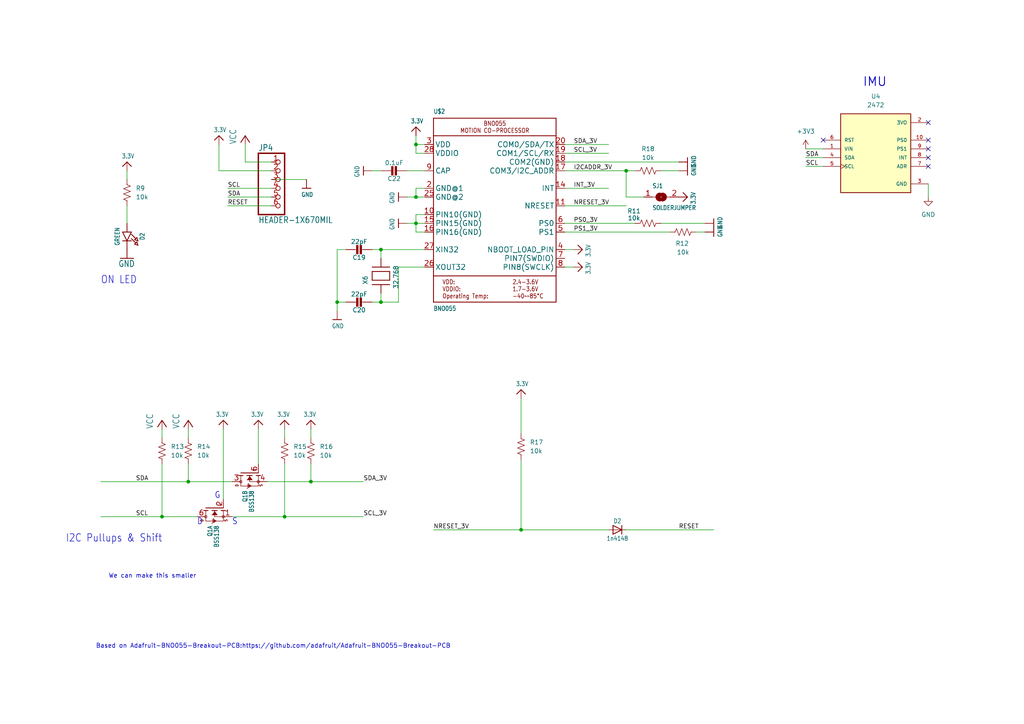
<source format=kicad_sch>
(kicad_sch (version 20250114) (generator "eeschema") (generator_version "9.0")
  (paper "A4")
  (lib_symbols
    (symbol "Adafruit BNO055 STEMMA QT-eagle-import:adafruit2_XTAL-3.2X1.5"
      (property "Reference" "X" (at -2.54 3.81 0))
      (symbol "adafruit2_XTAL-3.2X1.5_1_0"
        (polyline (pts (xy -2.54 2.54) (xy -2.54 -2.54)) (stroke (width 0.254)))
        (polyline (pts (xy -1.27 2.54) (xy -1.27 -2.54)) (stroke (width 0.254)))
        (polyline (pts (xy -1.27 -2.54) (xy 1.27 -2.54)) (stroke (width 0.254)))
        (polyline (pts (xy 1.27 2.54) (xy -1.27 2.54)) (stroke (width 0.254)))
        (polyline (pts (xy 1.27 -2.54) (xy 1.27 2.54)) (stroke (width 0.254)))
        (polyline (pts (xy 2.54 2.54) (xy 2.54 -2.54)) (stroke (width 0.254)))
        (pin bidirectional line (at -5.08 0 0) (length 2.54) (name "P$1") (number "P$1"))
        (pin bidirectional line (at 5.08 0 180) (length 2.54) (name "P$2") (number "P$2"))
      )
    )
    (symbol "Adafruit BNO055 STEMMA QT-eagle-import:microbuilder_3.3V" (power)
      (symbol "microbuilder_3.3V_1_0"
        (polyline (pts (xy -1.27 -1.27) (xy 0 0)) (stroke (width 0.254)))
        (polyline (pts (xy 0 0) (xy 1.27 -1.27)) (stroke (width 0.254)))
        (pin power_in line (at 0 -2.54 90) (length 2.54) (name "3.3V") (number "1"))
      )
    )
    (symbol "Adafruit BNO055 STEMMA QT-eagle-import:microbuilder_BNO055"
      (symbol "microbuilder_BNO055_1_0"
        (polyline (pts (xy -17.78 25.4) (xy 17.78 25.4)) (stroke (width 0.254)))
        (polyline (pts (xy -17.78 20.32) (xy -17.78 25.4)) (stroke (width 0.254)))
        (polyline (pts (xy -17.78 20.32) (xy 17.78 20.32)) (stroke (width 0.254)))
        (polyline (pts (xy -17.78 -20.32) (xy -17.78 20.32)) (stroke (width 0.254)))
        (polyline (pts (xy -17.78 -20.32) (xy -17.78 -27.94)) (stroke (width 0.254)))
        (polyline (pts (xy -17.78 -27.94) (xy 17.78 -27.94)) (stroke (width 0.254)))
        (polyline (pts (xy 17.78 25.4) (xy 17.78 20.32)) (stroke (width 0.254)))
        (polyline (pts (xy 17.78 20.32) (xy 17.78 -20.32)) (stroke (width 0.254)))
        (polyline (pts (xy 17.78 -20.32) (xy -17.78 -20.32)) (stroke (width 0.254)))
        (polyline (pts (xy 17.78 -27.94) (xy 17.78 -20.32)) (stroke (width 0.254)))
        (text "VDD:\nVDDIO:\nOperating Temp:" (at -15.24 -24.13 0) (effects (font (size 1.27 1.0795)) (justify left)))
        (text "BNO055\nMOTION CO-PROCESSOR" (at 0 22.86 0) (effects (font (size 1.27 1.0795))))
        (text "2.4-3.6V\n1.7-3.6V\n-40~~85°C" (at 5.08 -24.13 0) (effects (font (size 1.27 1.0795)) (justify left)))
        (pin power_in line (at -20.32 17.78 0) (length 2.54) (name "VDD") (number "3"))
        (pin power_in line (at -20.32 15.24 0) (length 2.54) (name "VDDIO") (number "28"))
        (pin passive line (at -20.32 10.16 0) (length 2.54) (name "CAP") (number "9"))
        (pin power_in line (at -20.32 5.08 0) (length 2.54) (name "GND@1") (number "2"))
        (pin power_in line (at -20.32 2.54 0) (length 2.54) (name "GND@2") (number "25"))
        (pin bidirectional line (at -20.32 -2.54 0) (length 2.54) (name "PIN10(GND)") (number "10"))
        (pin bidirectional line (at -20.32 -5.08 0) (length 2.54) (name "PIN15(GND)") (number "15"))
        (pin bidirectional line (at -20.32 -7.62 0) (length 2.54) (name "PIN16(GND)") (number "16"))
        (pin input line (at -20.32 -12.7 0) (length 2.54) (name "XIN32") (number "27"))
        (pin output line (at -20.32 -17.78 0) (length 2.54) (name "XOUT32") (number "26"))
        (pin bidirectional line (at 20.32 17.78 180) (length 2.54) (name "COM0/SDA/TX") (number "20"))
        (pin bidirectional line (at 20.32 15.24 180) (length 2.54) (name "COM1/SCL/RX") (number "19"))
        (pin bidirectional line (at 20.32 12.7 180) (length 2.54) (name "COM2(GND)") (number "18"))
        (pin bidirectional line (at 20.32 10.16 180) (length 2.54) (name "COM3/I2C_ADDR") (number "17"))
        (pin output line (at 20.32 5.08 180) (length 2.54) (name "INT") (number "14"))
        (pin bidirectional line (at 20.32 0 180) (length 2.54) (name "NRESET") (number "11"))
        (pin input line (at 20.32 -5.08 180) (length 2.54) (name "PS0") (number "6"))
        (pin input line (at 20.32 -7.62 180) (length 2.54) (name "PS1") (number "5"))
        (pin bidirectional line (at 20.32 -12.7 180) (length 2.54) (name "NBOOT_LOAD_PIN") (number "4"))
        (pin bidirectional line (at 20.32 -15.24 180) (length 2.54) (name "PIN7(SWDIO)") (number "7"))
        (pin bidirectional line (at 20.32 -17.78 180) (length 2.54) (name "PIN8(SWCLK)") (number "8"))
      )
    )
    (symbol "Adafruit BNO055 STEMMA QT-eagle-import:microbuilder_CAP_CERAMIC0603_NO"
      (property "Reference" "C" (at -2.29 1.25 90))
      (symbol "microbuilder_CAP_CERAMIC0603_NO_1_0"
        (rectangle (start -1.27 1.524) (end 1.27 2.032) (fill (type outline)))
        (rectangle (start -1.27 0.508) (end 1.27 1.016) (fill (type outline)))
        (polyline (pts (xy 0 2.54) (xy 0 1.778)) (stroke (width 0.1524)))
        (polyline (pts (xy 0 0.762) (xy 0 0)) (stroke (width 0.1524)))
        (pin passive line (at 0 5.08 270) (length 2.54) (name "1") (number "1"))
        (pin passive line (at 0 -2.54 90) (length 2.54) (name "2") (number "2"))
      )
    )
    (symbol "Adafruit BNO055 STEMMA QT-eagle-import:microbuilder_DIODESOD-323"
      (property "Reference" "D" (at 0 2.54 0))
      (symbol "microbuilder_DIODESOD-323_1_0"
        (polyline (pts (xy -1.27 1.27) (xy -1.27 -1.27)) (stroke (width 0.254)))
        (polyline (pts (xy -1.27 -1.27) (xy 1.27 0)) (stroke (width 0.254)))
        (polyline (pts (xy 1.27 1.27) (xy 1.27 0)) (stroke (width 0.254)))
        (polyline (pts (xy 1.27 0) (xy -1.27 1.27)) (stroke (width 0.254)))
        (polyline (pts (xy 1.27 0) (xy 1.27 -1.27)) (stroke (width 0.254)))
        (pin passive line (at -2.54 0 0) (length 2.54) (name "A") (number "A"))
        (pin passive line (at 2.54 0 180) (length 2.54) (name "C") (number "C"))
      )
    )
    (symbol "Adafruit BNO055 STEMMA QT-eagle-import:microbuilder_GND" (power)
      (symbol "microbuilder_GND_1_0"
        (polyline (pts (xy -1.27 0) (xy 1.27 0)) (stroke (width 0.254)))
        (pin power_in line (at 0 2.54 270) (length 2.54) (name "GND") (number "1"))
      )
    )
    (symbol "Adafruit BNO055 STEMMA QT-eagle-import:microbuilder_HEADER-1X670MIL"
      (property "Reference" "JP" (at -6.35 10.795 0))
      (symbol "microbuilder_HEADER-1X670MIL_1_0"
        (polyline (pts (xy -6.35 10.16) (xy -6.35 -7.62)) (stroke (width 0.4064)))
        (polyline (pts (xy -6.35 -7.62) (xy 1.27 -7.62)) (stroke (width 0.4064)))
        (polyline (pts (xy 1.27 10.16) (xy -6.35 10.16)) (stroke (width 0.4064)))
        (polyline (pts (xy 1.27 -7.62) (xy 1.27 10.16)) (stroke (width 0.4064)))
        (pin passive inverted (at -2.54 7.62 0) (length 2.54) (name "1") (number "1"))
        (pin passive inverted (at -2.54 5.08 0) (length 2.54) (name "2") (number "2"))
        (pin passive inverted (at -2.54 2.54 0) (length 2.54) (name "3") (number "3"))
        (pin passive inverted (at -2.54 0 0) (length 2.54) (name "4") (number "4"))
        (pin passive inverted (at -2.54 -2.54 0) (length 2.54) (name "5") (number "5"))
        (pin passive inverted (at -2.54 -5.08 0) (length 2.54) (name "6") (number "6"))
      )
    )
    (symbol "Adafruit BNO055 STEMMA QT-eagle-import:microbuilder_LED0603_NOOUTLINE"
      (property "Reference" "D" (at -1.27 4.445 0))
      (symbol "microbuilder_LED0603_NOOUTLINE_1_0"
        (polyline (pts (xy -2.54 1.27) (xy -2.54 -1.27)) (stroke (width 0.254)))
        (polyline (pts (xy -2.54 -1.27) (xy 0 0)) (stroke (width 0.254)))
        (polyline (pts (xy -1.905 1.27) (xy -0.635 2.54)) (stroke (width 0.254)))
        (polyline (pts (xy -0.9525 2.8575) (xy -0.3175 2.2225)) (stroke (width 0.254)))
        (polyline (pts (xy -0.635 1.27) (xy 0.635 2.54)) (stroke (width 0.254)))
        (polyline (pts (xy -0.3175 2.2225) (xy 0 3.175)) (stroke (width 0.254)))
        (polyline (pts (xy 0 3.175) (xy -0.9525 2.8575)) (stroke (width 0.254)))
        (polyline (pts (xy 0 1.27) (xy 0 0)) (stroke (width 0.254)))
        (polyline (pts (xy 0 0) (xy -2.54 1.27)) (stroke (width 0.254)))
        (polyline (pts (xy 0 0) (xy 0 -1.27)) (stroke (width 0.254)))
        (polyline (pts (xy 0.3175 2.8575) (xy 0.9525 2.2225)) (stroke (width 0.254)))
        (polyline (pts (xy 0.9525 2.2225) (xy 1.27 3.175)) (stroke (width 0.254)))
        (polyline (pts (xy 1.27 3.175) (xy 0.3175 2.8575)) (stroke (width 0.254)))
        (pin passive line (at -5.08 0 0) (length 2.54) (name "A") (number "A"))
        (pin passive line (at 2.54 0 180) (length 2.54) (name "C") (number "C"))
      )
    )
    (symbol "Adafruit BNO055 STEMMA QT-eagle-import:microbuilder_MOSFET-N_DUAL"
      (property "Reference" "Q" (at 5.08 0.635 0))
      (symbol "microbuilder_MOSFET-N_DUAL_1_0"
        (polyline (pts (xy 0 2.54) (xy 0 -2.54)) (stroke (width 0.254)))
        (polyline (pts (xy 0.762 3.175) (xy 0.762 2.54)) (stroke (width 0.254)))
        (polyline (pts (xy 0.762 2.54) (xy 0.762 1.905)) (stroke (width 0.254)))
        (polyline (pts (xy 0.762 2.54) (xy 3.81 2.54)) (stroke (width 0.1524)))
        (polyline (pts (xy 0.762 0.762) (xy 0.762 0)) (stroke (width 0.254)))
        (polyline (pts (xy 0.762 0) (xy 0.762 -0.762)) (stroke (width 0.254)))
        (polyline (pts (xy 0.762 0) (xy 2.54 0)) (stroke (width 0.1524)))
        (polyline (pts (xy 0.762 -1.905) (xy 0.762 -2.54)) (stroke (width 0.254)))
        (polyline (pts (xy 0.762 -2.54) (xy 0.762 -3.175)) (stroke (width 0.254)))
        (polyline (pts (xy 1.016 0) (xy 2.032 -0.762) (xy 2.032 0.762)) (stroke (width 0.1524)) (fill (type outline)))
        (circle (center 2.54 2.54) (radius 0.3592))
        (polyline (pts (xy 2.54 0) (xy 2.54 -2.54)) (stroke (width 0.1524)))
        (polyline (pts (xy 2.54 -2.54) (xy 0.762 -2.54)) (stroke (width 0.1524)))
        (polyline (pts (xy 2.54 -2.54) (xy 3.81 -2.54)) (stroke (width 0.1524)))
        (circle (center 2.54 -2.54) (radius 0.3592))
        (polyline (pts (xy 3.302 0.508) (xy 3.048 0.254)) (stroke (width 0.1524)))
        (polyline (pts (xy 3.81 2.54) (xy 3.81 0.508)) (stroke (width 0.1524)))
        (polyline (pts (xy 3.81 0.508) (xy 3.302 0.508)) (stroke (width 0.1524)))
        (polyline (pts (xy 3.81 0.508) (xy 3.81 -2.54)) (stroke (width 0.1524)))
        (polyline (pts (xy 3.81 -0.508) (xy 3.302 0.254) (xy 4.318 0.254)) (stroke (width 0.1524)) (fill (type outline)))
        (polyline (pts (xy 4.318 0.508) (xy 3.81 0.508)) (stroke (width 0.1524)))
        (polyline (pts (xy 4.572 0.762) (xy 4.318 0.508)) (stroke (width 0.1524)))
        (text "G" (at -1.27 -1.905 0) (effects (font (size 0.8128 0.6908)) (justify left bottom)))
        (text "D" (at 3.175 3.175 0) (effects (font (size 0.8128 0.6908)) (justify left bottom)))
        (text "S" (at 3.175 -3.81 0) (effects (font (size 0.8128 0.6908)) (justify left bottom)))
        (pin bidirectional line (at -2.54 -2.54 0) (length 2.54) (name "G") (number "2"))
        (pin bidirectional line (at 2.54 5.08 270) (length 2.54) (name "D") (number "6"))
        (pin bidirectional line (at 2.54 -5.08 90) (length 2.54) (name "S") (number "1"))
      )
      (symbol "microbuilder_MOSFET-N_DUAL_2_0"
        (polyline (pts (xy 0 2.54) (xy 0 -2.54)) (stroke (width 0.254)))
        (polyline (pts (xy 0.762 3.175) (xy 0.762 2.54)) (stroke (width 0.254)))
        (polyline (pts (xy 0.762 2.54) (xy 0.762 1.905)) (stroke (width 0.254)))
        (polyline (pts (xy 0.762 2.54) (xy 3.81 2.54)) (stroke (width 0.1524)))
        (polyline (pts (xy 0.762 0.762) (xy 0.762 0)) (stroke (width 0.254)))
        (polyline (pts (xy 0.762 0) (xy 0.762 -0.762)) (stroke (width 0.254)))
        (polyline (pts (xy 0.762 0) (xy 2.54 0)) (stroke (width 0.1524)))
        (polyline (pts (xy 0.762 -1.905) (xy 0.762 -2.54)) (stroke (width 0.254)))
        (polyline (pts (xy 0.762 -2.54) (xy 0.762 -3.175)) (stroke (width 0.254)))
        (polyline (pts (xy 1.016 0) (xy 2.032 -0.762) (xy 2.032 0.762)) (stroke (width 0.1524)) (fill (type outline)))
        (circle (center 2.54 2.54) (radius 0.3592))
        (polyline (pts (xy 2.54 0) (xy 2.54 -2.54)) (stroke (width 0.1524)))
        (polyline (pts (xy 2.54 -2.54) (xy 0.762 -2.54)) (stroke (width 0.1524)))
        (polyline (pts (xy 2.54 -2.54) (xy 3.81 -2.54)) (stroke (width 0.1524)))
        (circle (center 2.54 -2.54) (radius 0.3592))
        (polyline (pts (xy 3.302 0.508) (xy 3.048 0.254)) (stroke (width 0.1524)))
        (polyline (pts (xy 3.81 2.54) (xy 3.81 0.508)) (stroke (width 0.1524)))
        (polyline (pts (xy 3.81 0.508) (xy 3.302 0.508)) (stroke (width 0.1524)))
        (polyline (pts (xy 3.81 0.508) (xy 3.81 -2.54)) (stroke (width 0.1524)))
        (polyline (pts (xy 3.81 -0.508) (xy 3.302 0.254) (xy 4.318 0.254)) (stroke (width 0.1524)) (fill (type outline)))
        (polyline (pts (xy 4.318 0.508) (xy 3.81 0.508)) (stroke (width 0.1524)))
        (polyline (pts (xy 4.572 0.762) (xy 4.318 0.508)) (stroke (width 0.1524)))
        (text "G" (at -1.27 -1.905 0) (effects (font (size 0.8128 0.6908)) (justify left bottom)))
        (text "D" (at 3.175 3.175 0) (effects (font (size 0.8128 0.6908)) (justify left bottom)))
        (text "S" (at 3.175 -3.81 0) (effects (font (size 0.8128 0.6908)) (justify left bottom)))
        (pin bidirectional line (at -2.54 -2.54 0) (length 2.54) (name "G") (number "5"))
        (pin bidirectional line (at 2.54 5.08 270) (length 2.54) (name "D") (number "3"))
        (pin bidirectional line (at 2.54 -5.08 90) (length 2.54) (name "S") (number "4"))
      )
    )
    (symbol "Adafruit BNO055 STEMMA QT-eagle-import:microbuilder_SOLDERJUMPER"
      (property "Reference" "SJ" (at -2.54 2.54 0))
      (symbol "microbuilder_SOLDERJUMPER_1_0"
        (polyline (pts (xy -2.54 0) (xy -1.651 0)) (stroke (width 0.1524)))
        (arc (start -0.381 -0.635) (mid -1.0159 0.0001) (end -0.3808 0.635) (stroke (width 1.27)))
        (arc (start 0.381 0.635) (mid 1.0159 -0.0001) (end 0.3808 -0.635) (stroke (width 1.27)))
        (polyline (pts (xy 2.54 0) (xy 1.651 0)) (stroke (width 0.1524)))
        (pin passive line (at -5.08 0 0) (length 2.54) (name "1") (number "1"))
        (pin passive line (at 5.08 0 180) (length 2.54) (name "2") (number "2"))
      )
    )
    (symbol "Adafruit BNO055 STEMMA QT-eagle-import:supply1_371_GND" (power)
      (symbol "supply1_371_GND_1_0"
        (polyline (pts (xy -1.905 0) (xy 1.905 0)) (stroke (width 0.254)))
        (pin power_in line (at 0 2.54 270) (length 2.54) (name "GND") (number "1"))
      )
    )
    (symbol "Adafruit BNO055 STEMMA QT-eagle-import:supply1_371_VCC" (power)
      (symbol "supply1_371_VCC_1_0"
        (polyline (pts (xy 0 0) (xy -1.27 -1.905)) (stroke (width 0.254)))
        (polyline (pts (xy 1.27 -1.905) (xy 0 0)) (stroke (width 0.254)))
        (pin power_in line (at 0 -2.54 90) (length 2.54) (name "VCC") (number "1"))
      )
    )
    (symbol "Device:R_US" (pin_numbers (hide yes)) (pin_names (offset 0))
      (property "Reference" "R" (at 2.54 0 90))
      (property "Value" "R_US" (at -2.54 0 90))
      (symbol "R_US_0_1"
        (polyline (pts (xy 0 2.286) (xy 0 2.54)))
        (polyline (pts (xy 0 2.286) (xy 1.016 1.905) (xy 0 1.524) (xy -1.016 1.143) (xy 0 0.762)))
        (polyline (pts (xy 0 0.762) (xy 1.016 0.381) (xy 0 0) (xy -1.016 -0.381) (xy 0 -0.762)))
        (polyline (pts (xy 0 -0.762) (xy 1.016 -1.143) (xy 0 -1.524) (xy -1.016 -1.905) (xy 0 -2.286)))
        (polyline (pts (xy 0 -2.286) (xy 0 -2.54)))
      )
      (symbol "R_US_1_1"
        (pin passive line (at 0 3.81 270) (length 1.27) (name "~") (number "1"))
        (pin passive line (at 0 -3.81 90) (length 1.27) (name "~") (number "2"))
      )
    )
    (symbol "adafruit_IMU_2472:2472" (pin_names (offset 1.016))
      (property "Reference" "U" (at -10.16 13.208 0))
      (property "Value" "2472" (at -10.16 -12.7 0))
      (symbol "2472_0_0"
        (rectangle (start -10.16 -10.16) (end 10.16 12.7) (stroke (width 0.254)) (fill (type background)))
        (pin input line (at -15.24 5.08 0) (length 5.08) (name "RST") (number "6"))
        (pin input line (at -15.24 2.54 0) (length 5.08) (name "VIN") (number "1"))
        (pin bidirectional line (at -15.24 0 0) (length 5.08) (name "SDA") (number "4"))
        (pin input clock (at -15.24 -2.54 0) (length 5.08) (name "SCL") (number "5"))
        (pin power_in line (at 15.24 10.16 180) (length 5.08) (name "3VO") (number "2"))
        (pin bidirectional line (at 15.24 5.08 180) (length 5.08) (name "PS0") (number "10"))
        (pin bidirectional line (at 15.24 2.54 180) (length 5.08) (name "PS1") (number "9"))
        (pin output line (at 15.24 0 180) (length 5.08) (name "INT") (number "8"))
        (pin passive line (at 15.24 -2.54 180) (length 5.08) (name "ADR") (number "7"))
        (pin power_in line (at 15.24 -7.62 180) (length 5.08) (name "GND") (number "3"))
      )
    )
    (symbol "externalLibrary:+3V3" (power) (pin_numbers (hide yes)) (pin_names (offset 0) (hide yes))
      (property "Value" "+3V3" (at 0 3.556 0))
      (symbol "+3V3_0_1"
        (polyline (pts (xy -0.762 1.27) (xy 0 2.54)))
        (polyline (pts (xy 0 2.54) (xy 0.762 1.27)))
        (polyline (pts (xy 0 0) (xy 0 2.54)))
      )
      (symbol "+3V3_1_1"
        (pin power_in line (at 0 0 90) (length 0) (name "~") (number "1"))
      )
    )
    (symbol "externalLibrary:GND" (power) (pin_numbers (hide yes)) (pin_names (offset 0) (hide yes))
      (property "Value" "GND" (at 0 -3.81 0))
      (symbol "GND_0_1"
        (polyline (pts (xy 0 0) (xy 0 -1.27) (xy 1.27 -1.27) (xy 0 -2.54) (xy -1.27 -1.27) (xy 0 -1.27)))
      )
      (symbol "GND_1_1"
        (pin power_in line (at 0 0 270) (length 0) (name "~") (number "1"))
      )
    )
  )
  (text "Based on Adafruit-BNO055-Breakout-PCB:https://github.com/adafruit/Adafruit-BNO055-Breakout-PCB" (at 79.248 187.452 0) (effects (font (size 1.27 1.27))))
  (text "IMU" (at 253.746 23.876 0) (effects (font (size 2.54 2.54) (thickness 0.254) (bold yes))))
  (text "I2C Pullups & Shift" (at 19.05 157.48 0) (effects (font (size 2.1844 1.8567)) (justify left bottom)))
  (text "ON LED" (at 29.21 82.55 0) (effects (font (size 2.1844 1.8567)) (justify left bottom)))
  (text "S" (at 67.31 152.4 0) (effects (font (size 1.778 1.5113)) (justify left bottom)))
  (text "D" (at 57.15 152.4 0) (effects (font (size 1.778 1.5113)) (justify left bottom)))
  (text "G" (at 62.23 144.78 0) (effects (font (size 1.778 1.5113)) (justify left bottom)))
  (text "We can make this smaller" (at 44.196 167.132 0) (effects (font (size 1.27 1.27))))
  (junction (at 120.65 57.15))
  (junction (at 82.55 149.86))
  (junction (at 181.61 49.53))
  (junction (at 54.61 139.7))
  (junction (at 46.99 149.86))
  (junction (at 90.17 139.7))
  (junction (at 151.13 153.67))
  (junction (at 97.79 87.63))
  (junction (at 120.65 64.77))
  (junction (at 110.49 72.39))
  (junction (at 110.49 87.63))
  (junction (at 120.65 41.91))
  (no_connect (at 238.76 40.64))
  (no_connect (at 269.24 48.26))
  (no_connect (at 269.24 35.56))
  (no_connect (at 269.24 43.18))
  (no_connect (at 269.24 40.64))
  (no_connect (at 269.24 45.72))
  (wire (pts (xy 181.61 49.53) (xy 184.15 49.53)))
  (wire (pts (xy 151.13 125.73) (xy 151.13 115.57)) (stroke (width 0.1524)))
  (wire (pts (xy 110.49 87.63) (xy 107.95 87.63)) (stroke (width 0.1524)))
  (wire (pts (xy 64.77 144.78) (xy 64.77 124.46)) (stroke (width 0.1524)))
  (wire (pts (xy 97.79 72.39) (xy 97.79 87.63)) (stroke (width 0.1524)))
  (wire (pts (xy 163.83 49.53) (xy 181.61 49.53)) (stroke (width 0.1524)))
  (wire (pts (xy 71.12 46.99) (xy 71.12 41.91)) (stroke (width 0.1524)))
  (wire (pts (xy 82.55 127) (xy 82.55 124.46)) (stroke (width 0.1524)))
  (wire (pts (xy 163.83 44.45) (xy 176.53 44.45)) (stroke (width 0.1524)))
  (wire (pts (xy 191.77 67.31) (xy 194.31 67.31)))
  (wire (pts (xy 46.99 134.62) (xy 46.99 149.86)) (stroke (width 0.1524)))
  (wire (pts (xy 78.74 57.15) (xy 66.04 57.15)) (stroke (width 0.1524)))
  (wire (pts (xy 123.19 41.91) (xy 120.65 41.91)) (stroke (width 0.1524)))
  (wire (pts (xy 120.65 62.23) (xy 120.65 64.77)) (stroke (width 0.1524)))
  (wire (pts (xy 67.31 139.7) (xy 54.61 139.7)) (stroke (width 0.1524)))
  (wire (pts (xy 181.61 57.15) (xy 186.69 57.15)) (stroke (width 0.1524)))
  (wire (pts (xy 46.99 124.46) (xy 46.99 127)) (stroke (width 0.1524)))
  (wire (pts (xy 123.19 44.45) (xy 120.65 44.45)) (stroke (width 0.1524)))
  (wire (pts (xy 120.65 67.31) (xy 120.65 64.77)) (stroke (width 0.1524)))
  (wire (pts (xy 110.49 72.39) (xy 107.95 72.39)) (stroke (width 0.1524)))
  (wire (pts (xy 77.47 139.7) (xy 90.17 139.7)) (stroke (width 0.1524)))
  (wire (pts (xy 36.83 59.69) (xy 36.83 64.77)) (stroke (width 0.1524)))
  (wire (pts (xy 123.19 62.23) (xy 120.65 62.23)) (stroke (width 0.1524)))
  (wire (pts (xy 191.77 64.77) (xy 204.47 64.77)) (stroke (width 0.1524)))
  (wire (pts (xy 123.19 72.39) (xy 110.49 72.39)) (stroke (width 0.1524)))
  (wire (pts (xy 63.5 49.53) (xy 63.5 41.91)) (stroke (width 0.1524)))
  (wire (pts (xy 120.65 54.61) (xy 120.65 57.15)) (stroke (width 0.1524)))
  (wire (pts (xy 78.74 54.61) (xy 66.04 54.61)) (stroke (width 0.1524)))
  (wire (pts (xy 110.49 49.53) (xy 107.95 49.53)) (stroke (width 0.1524)))
  (wire (pts (xy 100.33 87.63) (xy 97.79 87.63)) (stroke (width 0.1524)))
  (wire (pts (xy 181.61 64.77) (xy 184.15 64.77)))
  (wire (pts (xy 120.65 64.77) (xy 118.11 64.77)) (stroke (width 0.1524)))
  (wire (pts (xy 120.65 44.45) (xy 120.65 41.91)) (stroke (width 0.1524)))
  (wire (pts (xy 82.55 149.86) (xy 105.41 149.86)) (stroke (width 0.1524)))
  (wire (pts (xy 90.17 134.62) (xy 90.17 139.7)) (stroke (width 0.1524)))
  (wire (pts (xy 163.83 41.91) (xy 176.53 41.91)) (stroke (width 0.1524)))
  (wire (pts (xy 74.93 134.62) (xy 74.93 124.46)) (stroke (width 0.1524)))
  (wire (pts (xy 120.65 41.91) (xy 120.65 39.37)) (stroke (width 0.1524)))
  (wire (pts (xy 201.93 67.31) (xy 204.47 67.31)) (stroke (width 0.1524)))
  (wire (pts (xy 166.37 77.47) (xy 163.83 77.47)) (stroke (width 0.1524)))
  (wire (pts (xy 151.13 133.35) (xy 151.13 153.67)) (stroke (width 0.1524)))
  (wire (pts (xy 123.19 54.61) (xy 120.65 54.61)) (stroke (width 0.1524)))
  (wire (pts (xy 163.83 67.31) (xy 191.77 67.31)) (stroke (width 0.1524)))
  (wire (pts (xy 163.83 59.69) (xy 181.61 59.69)) (stroke (width 0.1524)))
  (wire (pts (xy 233.68 43.18) (xy 238.76 43.18)))
  (wire (pts (xy 123.19 67.31) (xy 120.65 67.31)) (stroke (width 0.1524)))
  (wire (pts (xy 110.49 85.09) (xy 110.49 87.63)) (stroke (width 0.1524)))
  (wire (pts (xy 123.19 77.47) (xy 115.57 77.47)) (stroke (width 0.1524)))
  (wire (pts (xy 181.61 49.53) (xy 181.61 57.15)) (stroke (width 0.1524)))
  (wire (pts (xy 97.79 87.63) (xy 97.79 90.17)) (stroke (width 0.1524)))
  (wire (pts (xy 67.31 149.86) (xy 82.55 149.86)) (stroke (width 0.1524)))
  (wire (pts (xy 90.17 139.7) (xy 105.41 139.7)) (stroke (width 0.1524)))
  (wire (pts (xy 54.61 137.16) (xy 54.61 139.7)) (stroke (width 0.1524)))
  (wire (pts (xy 54.61 127) (xy 54.61 124.46)) (stroke (width 0.1524)))
  (wire (pts (xy 100.33 72.39) (xy 97.79 72.39)) (stroke (width 0.1524)))
  (wire (pts (xy 123.19 49.53) (xy 118.11 49.53)) (stroke (width 0.1524)))
  (wire (pts (xy 123.19 64.77) (xy 120.65 64.77)) (stroke (width 0.1524)))
  (wire (pts (xy 181.61 153.67) (xy 207.01 153.67)) (stroke (width 0.1524)))
  (wire (pts (xy 125.73 153.67) (xy 151.13 153.67)) (stroke (width 0.1524)))
  (wire (pts (xy 233.68 45.72) (xy 238.76 45.72)))
  (wire (pts (xy 57.15 149.86) (xy 46.99 149.86)) (stroke (width 0.1524)))
  (wire (pts (xy 54.61 139.7) (xy 29.21 139.7)) (stroke (width 0.1524)))
  (wire (pts (xy 115.57 77.47) (xy 115.57 87.63)) (stroke (width 0.1524)))
  (wire (pts (xy 110.49 74.93) (xy 110.49 72.39)) (stroke (width 0.1524)))
  (wire (pts (xy 123.19 57.15) (xy 120.65 57.15)) (stroke (width 0.1524)))
  (wire (pts (xy 36.83 49.53) (xy 36.83 52.07)) (stroke (width 0.1524)))
  (wire (pts (xy 269.24 57.15) (xy 269.24 53.34)))
  (wire (pts (xy 46.99 149.86) (xy 29.21 149.86)) (stroke (width 0.1524)))
  (wire (pts (xy 163.83 64.77) (xy 181.61 64.77)) (stroke (width 0.1524)))
  (wire (pts (xy 82.55 134.62) (xy 82.55 149.86)) (stroke (width 0.1524)))
  (wire (pts (xy 196.85 46.99) (xy 163.83 46.99)) (stroke (width 0.1524)))
  (wire (pts (xy 151.13 153.67) (xy 176.53 153.67)) (stroke (width 0.1524)))
  (wire (pts (xy 78.74 52.07) (xy 88.9 52.07)) (stroke (width 0.1524)))
  (wire (pts (xy 120.65 57.15) (xy 118.11 57.15)) (stroke (width 0.1524)))
  (wire (pts (xy 196.85 49.53) (xy 191.77 49.53)) (stroke (width 0.1524)))
  (wire (pts (xy 78.74 46.99) (xy 71.12 46.99)) (stroke (width 0.1524)))
  (wire (pts (xy 54.61 134.62) (xy 54.61 137.16)))
  (wire (pts (xy 90.17 127) (xy 90.17 124.46)) (stroke (width 0.1524)))
  (wire (pts (xy 78.74 49.53) (xy 63.5 49.53)) (stroke (width 0.1524)))
  (wire (pts (xy 78.74 59.69) (xy 66.04 59.69)) (stroke (width 0.1524)))
  (wire (pts (xy 163.83 54.61) (xy 176.53 54.61)) (stroke (width 0.1524)))
  (wire (pts (xy 233.68 48.26) (xy 238.76 48.26)))
  (wire (pts (xy 163.83 72.39) (xy 166.37 72.39)) (stroke (width 0.1524)))
  (wire (pts (xy 115.57 87.63) (xy 110.49 87.63)) (stroke (width 0.1524)))
  (label "SCL_3V" (at 105.41 149.86 0) (effects (font (size 1.2446 1.2446))))
  (label "SCL_3V" (at 166.37 44.45 0) (effects (font (size 1.2446 1.2446))))
  (label "INT_3V" (at 166.37 54.61 0) (effects (font (size 1.2446 1.2446))))
  (label "RESET" (at 196.85 153.67 0) (effects (font (size 1.2446 1.2446))))
  (label "PS1_3V" (at 166.37 67.31 0) (effects (font (size 1.2446 1.2446))))
  (label "SDA" (at 233.68 45.72 0))
  (label "PS0_3V" (at 166.37 64.77 0) (effects (font (size 1.2446 1.2446))))
  (label "SDA" (at 39.37 139.7 0) (effects (font (size 1.2446 1.2446))))
  (label "SCL" (at 39.37 149.86 0) (effects (font (size 1.2446 1.2446))))
  (label "SDA_3V" (at 166.37 41.91 0) (effects (font (size 1.2446 1.2446))))
  (label "I2CADDR_3V" (at 166.37 49.53 0) (effects (font (size 1.2446 1.2446))))
  (label "RESET" (at 66.04 59.69 0) (effects (font (size 1.2446 1.2446))))
  (label "SDA" (at 66.04 57.15 0) (effects (font (size 1.2446 1.2446))))
  (label "SDA_3V" (at 105.41 139.7 0) (effects (font (size 1.2446 1.2446))))
  (label "SCL" (at 66.04 54.61 0) (effects (font (size 1.2446 1.2446))))
  (label "NRESET_3V" (at 125.73 153.67 0) (effects (font (size 1.2446 1.2446))))
  (label "SCL" (at 233.68 48.26 0))
  (label "NRESET_3V" (at 166.37 59.69 0) (effects (font (size 1.2446 1.2446))))
  (symbol (lib_id "externalLibrary:GND") (at 269.24 57.15 0) (unit 1)
    (property "Reference" "#PWR016" (effects (hide yes)))
    (property "Value" "GND" (at 269.24 62.23 0))
    (property "Description" "Power symbol creates a global label with name \"GND\" , ground" (effects (hide yes)))
  )
  (symbol (lib_id "Adafruit BNO055 STEMMA QT-eagle-import:microbuilder_LED0603_NOOUTLINE") (at 36.83 69.85 270) (unit 1)
    (property "Reference" "D2" (at 41.275 68.58 0) (effects (font (size 1.27 1.0795))))
    (property "Value" "GREEN" (at 34.036 68.58 0) (effects (font (size 1.27 1.0795))))
    (property "Footprint" "LED_SMD:LED_0603_1608Metric" (effects (hide yes)))
  )
  (symbol (lib_id "Adafruit BNO055 STEMMA QT-eagle-import:microbuilder_3.3V") (at 63.5 39.37 0) (unit 1)
    (property "Reference" "#U$054" (effects (hide yes)))
    (property "Value" "3.3V" (at 61.976 38.354 0) (effects (font (size 1.27 1.0795)) (justify left bottom)))
  )
  (symbol (lib_id "Adafruit BNO055 STEMMA QT-eagle-import:microbuilder_GND") (at 115.57 57.15 270) (unit 1)
    (property "Reference" "#U$060" (effects (hide yes)))
    (property "Value" "GND" (at 113.03 55.626 0) (effects (font (size 1.27 1.0795)) (justify left bottom)))
  )
  (symbol (lib_id "Adafruit BNO055 STEMMA QT-eagle-import:microbuilder_GND") (at 88.9 54.61 0) (unit 1)
    (property "Reference" "#U$059" (effects (hide yes)))
    (property "Value" "GND" (at 87.376 57.15 0) (effects (font (size 1.27 1.0795)) (justify left bottom)))
  )
  (symbol (lib_id "Adafruit BNO055 STEMMA QT-eagle-import:microbuilder_3.3V") (at 168.91 77.47 270) (unit 1)
    (property "Reference" "#U$065" (effects (hide yes)))
    (property "Value" "3.3V" (at 169.926 75.946 0) (effects (font (size 1.27 1.0795)) (justify left bottom)))
  )
  (symbol (lib_id "Adafruit BNO055 STEMMA QT-eagle-import:microbuilder_3.3V") (at 120.65 36.83 0) (unit 1)
    (property "Reference" "#U$064" (effects (hide yes)))
    (property "Value" "3.3V" (at 119.126 35.814 0) (effects (font (size 1.27 1.0795)) (justify left bottom)))
  )
  (symbol (lib_id "Adafruit BNO055 STEMMA QT-eagle-import:microbuilder_CAP_CERAMIC0603_NO") (at 105.41 72.39 90) (unit 1)
    (property "Reference" "C19" (at 104.16 74.68 90))
    (property "Value" "22pF" (at 104.16 70.09 90))
    (property "Footprint" "Capacitor_SMD:C_0603_1608Metric" (effects (hide yes)))
  )
  (symbol (lib_id "Adafruit BNO055 STEMMA QT-eagle-import:supply1_371_VCC") (at 71.12 39.37 0) (unit 1)
    (property "Reference" "#P+4" (effects (hide yes)))
    (property "Value" "VCC" (at 68.58 41.91 90) (effects (font (size 1.778 1.5113)) (justify left bottom)))
  )
  (symbol (lib_id "Adafruit BNO055 STEMMA QT-eagle-import:microbuilder_3.3V") (at 64.77 121.92 0) (mirror y) (unit 1)
    (property "Reference" "#U$066" (effects (hide yes)))
    (property "Value" "3.3V" (at 66.294 120.904 0) (effects (font (size 1.27 1.0795)) (justify left bottom)))
  )
  (symbol (lib_id "Device:R_US") (at 187.96 49.53 90) (unit 1)
    (property "Reference" "R18" (at 187.96 43.18 90))
    (property "Value" "10k" (at 187.96 45.72 90))
    (property "Footprint" "Resistor_SMD:R_0603_1608Metric" (effects (hide yes)))
    (property "Description" "Resistor, US symbol" (effects (hide yes)))
  )
  (symbol (lib_id "Adafruit BNO055 STEMMA QT-eagle-import:microbuilder_3.3V") (at 90.17 121.92 0) (mirror y) (unit 1)
    (property "Reference" "#U$40" (effects (hide yes)))
    (property "Value" "3.3V" (at 91.694 120.904 0) (effects (font (size 1.27 1.0795)) (justify left bottom)))
  )
  (symbol (lib_id "Adafruit BNO055 STEMMA QT-eagle-import:supply1_371_VCC") (at 46.99 121.92 0) (unit 1)
    (property "Reference" "#P+1" (effects (hide yes)))
    (property "Value" "VCC" (at 44.45 124.46 90) (effects (font (size 1.778 1.5113)) (justify left bottom)))
  )
  (symbol (lib_id "Adafruit BNO055 STEMMA QT-eagle-import:microbuilder_3.3V") (at 36.83 46.99 0) (unit 1)
    (property "Reference" "#U$50" (effects (hide yes)))
    (property "Value" "3.3V" (at 35.306 45.974 0) (effects (font (size 1.27 1.0795)) (justify left bottom)))
  )
  (symbol (lib_id "Adafruit BNO055 STEMMA QT-eagle-import:adafruit2_XTAL-3.2X1.5") (at 110.49 80.01 90) (unit 1)
    (property "Reference" "X6" (at 106.68 82.55 0) (effects (justify left bottom)))
    (property "Value" "32.768" (at 115.57 83.82 0) (effects (justify left bottom)))
    (property "Footprint" "ballin footprint library:crystal 32.678" (effects (hide yes)))
    (property "Datasheet" "https://www.digikey.com/en/products/detail/seiko-instruments/SC32S-7PF20PPM/4931504" (effects (hide yes)))
  )
  (symbol (lib_id "Adafruit BNO055 STEMMA QT-eagle-import:microbuilder_GND") (at 199.39 49.53 90) (unit 1)
    (property "Reference" "#U$067" (effects (hide yes)))
    (property "Value" "GND" (at 201.93 51.054 0) (effects (font (size 1.27 1.0795)) (justify left bottom)))
  )
  (symbol (lib_id "Device:R_US") (at 36.83 55.88 0) (unit 1)
    (property "Reference" "R9" (at 39.37 54.6099 0) (effects (justify left)))
    (property "Value" "10k" (at 39.37 57.1499 0) (effects (justify left)))
    (property "Footprint" "Resistor_SMD:R_0603_1608Metric" (effects (hide yes)))
    (property "Description" "Resistor, US symbol" (effects (hide yes)))
  )
  (symbol (lib_id "Device:R_US") (at 90.17 130.81 0) (unit 1)
    (property "Reference" "R16" (at 92.71 129.5399 0) (effects (justify left)))
    (property "Value" "10k" (at 92.71 132.0799 0) (effects (justify left)))
    (property "Footprint" "Resistor_SMD:R_0603_1608Metric" (effects (hide yes)))
    (property "Description" "Resistor, US symbol" (effects (hide yes)))
  )
  (symbol (lib_id "Adafruit BNO055 STEMMA QT-eagle-import:microbuilder_MOSFET-N_DUAL") (at 72.39 137.16 90) (mirror x) (unit 2)
    (property "Reference" "Q1" (at 71.755 142.24 0) (effects (font (size 1.27 1.0795)) (justify left bottom)))
    (property "Value" "BSS138" (at 73.66 142.24 0) (effects (font (size 1.27 1.0795)) (justify left bottom)))
    (property "Footprint" "ballin footprint library:BSS138 SOT363" (effects (hide yes)))
    (property "Datasheet" "https://www.diodes.com/assets/Datasheets/ds30203.pdf" (effects (hide yes)))
  )
  (symbol (lib_id "Adafruit BNO055 STEMMA QT-eagle-import:microbuilder_3.3V") (at 168.91 72.39 270) (unit 1)
    (property "Reference" "#U$15" (effects (hide yes)))
    (property "Value" "3.3V" (at 169.926 70.866 0) (effects (font (size 1.27 1.0795)) (justify left bottom)))
  )
  (symbol (lib_id "Device:R_US") (at 198.12 67.31 90) (unit 1)
    (property "Reference" "R12" (at 197.866 70.612 90))
    (property "Value" "10k" (at 198.12 73.152 90))
    (property "Footprint" "Resistor_SMD:R_0603_1608Metric" (effects (hide yes)))
    (property "Description" "Resistor, US symbol" (effects (hide yes)))
  )
  (symbol (lib_id "Adafruit BNO055 STEMMA QT-eagle-import:microbuilder_3.3V") (at 151.13 113.03 0) (unit 1)
    (property "Reference" "#U$063" (effects (hide yes)))
    (property "Value" "3.3V" (at 149.606 112.014 0) (effects (font (size 1.27 1.0795)) (justify left bottom)))
  )
  (symbol (lib_id "Adafruit BNO055 STEMMA QT-eagle-import:microbuilder_CAP_CERAMIC0603_NO") (at 115.57 49.53 90) (unit 1)
    (property "Reference" "C22" (at 114.32 51.82 90))
    (property "Value" "0.1uF" (at 114.32 47.23 90))
    (property "Footprint" "Capacitor_SMD:C_0603_1608Metric" (effects (hide yes)))
  )
  (symbol (lib_id "Adafruit BNO055 STEMMA QT-eagle-import:microbuilder_3.3V") (at 199.39 57.15 270) (unit 1)
    (property "Reference" "#U$068" (effects (hide yes)))
    (property "Value" "3.3V" (at 200.406 55.626 0) (effects (font (size 1.27 1.0795)) (justify left bottom)))
  )
  (symbol (lib_id "adafruit_IMU_2472:2472") (at 254 45.72 0) (unit 1)
    (property "Reference" "U4" (at 254 27.94 0))
    (property "Value" "2472" (at 254 30.48 0))
    (property "Footprint" "2472:MODULE_2472" (effects (hide yes)))
    (property "MF" "Adafruit" (effects (hide yes)))
    (property "Description_1" "\n                        \n                            Adafruit 9-DOF Absolute Orientation IMU Fusion Breakout - BNO055 | Adafruit Industries 2472\n                        \n" (effects (hide yes)))
    (property "Package" "Non-Standard Adafruit" (effects (hide yes)))
    (property "Price" "None" (effects (hide yes)))
    (property "Check_prices" "https://www.snapeda.com/parts/2472/Adafruit+Industries/view-part/?ref=eda" (effects (hide yes)))
    (property "STANDARD" "Manufacturer Recommendations" (effects (hide yes)))
    (property "PARTREV" "N/A" (effects (hide yes)))
    (property "SnapEDA_Link" "https://www.snapeda.com/parts/2472/Adafruit+Industries/view-part/?ref=snap" (effects (hide yes)))
    (property "MP" "2472" (effects (hide yes)))
    (property "Availability" "In Stock" (effects (hide yes)))
    (property "MANUFACTURER" "Adafruit Industries" (effects (hide yes)))
  )
  (symbol (lib_id "externalLibrary:+3V3") (at 233.68 43.18 0) (unit 1)
    (property "Reference" "#PWR015" (effects (hide yes)))
    (property "Value" "+3V3" (at 233.68 38.1 0))
    (property "Description" "Power symbol creates a global label with name \"+3V3\"" (effects (hide yes)))
  )
  (symbol (lib_id "Device:R_US") (at 46.99 130.81 0) (unit 1)
    (property "Reference" "R13" (at 49.53 129.5399 0) (effects (justify left)))
    (property "Value" "10k" (at 49.53 132.0799 0) (effects (justify left)))
    (property "Footprint" "Resistor_SMD:R_0603_1608Metric" (effects (hide yes)))
    (property "Description" "Resistor, US symbol" (effects (hide yes)))
  )
  (symbol (lib_id "Device:R_US") (at 54.61 130.81 0) (unit 1)
    (property "Reference" "R14" (at 57.15 129.5399 0) (effects (justify left)))
    (property "Value" "10k" (at 57.15 132.0799 0) (effects (justify left)))
    (property "Footprint" "Resistor_SMD:R_0603_1608Metric" (effects (hide yes)))
    (property "Description" "Resistor, US symbol" (effects (hide yes)))
  )
  (symbol (lib_id "Adafruit BNO055 STEMMA QT-eagle-import:microbuilder_SOLDERJUMPER") (at 191.77 57.15 0) (unit 1)
    (property "Reference" "SJ1" (at 189.23 54.61 0) (effects (font (size 1.27 1.0795)) (justify left bottom)))
    (property "Value" "SOLDERJUMPER" (at 189.23 60.96 0) (effects (font (size 1.27 1.0795)) (justify left bottom)))
    (property "Footprint" "Jumper:SolderJumper-2_P1.3mm_Open_RoundedPad1.0x1.5mm" (effects (hide yes)))
  )
  (symbol (lib_id "Adafruit BNO055 STEMMA QT-eagle-import:microbuilder_BNO055") (at 143.51 59.69 0) (unit 1)
    (property "Reference" "U$2" (at 125.73 33.02 0) (effects (font (size 1.27 1.0795)) (justify left bottom)))
    (property "Value" "BNO055" (at 125.73 90.17 0) (effects (font (size 1.27 1.0795)) (justify left bottom)))
    (property "Footprint" "ballin footprint library:BNO055" (effects (hide yes)))
    (property "Datasheet" "https://www.bosch-sensortec.com/media/boschsensortec/downloads/datasheets/bst-bno055-ds000.pdf" (effects (hide yes)))
  )
  (symbol (lib_id "Adafruit BNO055 STEMMA QT-eagle-import:microbuilder_3.3V") (at 74.93 121.92 0) (mirror y) (unit 1)
    (property "Reference" "#U$43" (effects (hide yes)))
    (property "Value" "3.3V" (at 76.454 120.904 0) (effects (font (size 1.27 1.0795)) (justify left bottom)))
  )
  (symbol (lib_id "Adafruit BNO055 STEMMA QT-eagle-import:microbuilder_CAP_CERAMIC0603_NO") (at 105.41 87.63 90) (unit 1)
    (property "Reference" "C20" (at 104.16 89.92 90))
    (property "Value" "22pF" (at 104.16 85.33 90))
    (property "Footprint" "Capacitor_SMD:C_0603_1608Metric" (effects (hide yes)))
  )
  (symbol (lib_id "Adafruit BNO055 STEMMA QT-eagle-import:supply1_371_GND") (at 36.83 74.93 0) (unit 1)
    (property "Reference" "#GND01" (effects (hide yes)))
    (property "Value" "GND" (at 34.29 77.47 0) (effects (font (size 1.778 1.5113)) (justify left bottom)))
  )
  (symbol (lib_id "Device:R_US") (at 151.13 129.54 0) (unit 1)
    (property "Reference" "R17" (at 153.67 128.2699 0) (effects (justify left)))
    (property "Value" "10k" (at 153.67 130.8099 0) (effects (justify left)))
    (property "Footprint" "Resistor_SMD:R_0603_1608Metric" (effects (hide yes)))
    (property "Description" "Resistor, US symbol" (effects (hide yes)))
  )
  (symbol (lib_id "Adafruit BNO055 STEMMA QT-eagle-import:microbuilder_GND") (at 105.41 49.53 270) (unit 1)
    (property "Reference" "#U$14" (effects (hide yes)))
    (property "Value" "GND" (at 102.87 48.006 0) (effects (font (size 1.27 1.0795)) (justify left bottom)))
  )
  (symbol (lib_id "Adafruit BNO055 STEMMA QT-eagle-import:microbuilder_DIODESOD-323") (at 179.07 153.67 0) (unit 1)
    (property "Reference" "D2" (at 179.07 151.13 0) (effects (font (size 1.27 1.0795))))
    (property "Value" "1n4148" (at 179.07 156.17 0) (effects (font (size 1.27 1.0795))))
    (property "Footprint" "Diode_SMD:D_SOD-323" (effects (hide yes)))
    (property "Datasheet" "https://www.diodes.com/assets/Datasheets/1N4148WS_BAV16WS.pdf" (effects (hide yes)))
  )
  (symbol (lib_id "Adafruit BNO055 STEMMA QT-eagle-import:microbuilder_GND") (at 199.39 46.99 90) (unit 1)
    (property "Reference" "#U$8" (effects (hide yes)))
    (property "Value" "GND" (at 201.93 48.514 0) (effects (font (size 1.27 1.0795)) (justify left bottom)))
  )
  (symbol (lib_id "Device:R_US") (at 187.96 64.77 90) (unit 1)
    (property "Reference" "R11" (at 183.896 61.214 90))
    (property "Value" "10k" (at 183.896 63.246 90))
    (property "Footprint" "Resistor_SMD:R_0603_1608Metric" (effects (hide yes)))
    (property "Description" "Resistor, US symbol" (effects (hide yes)))
  )
  (symbol (lib_id "Adafruit BNO055 STEMMA QT-eagle-import:microbuilder_MOSFET-N_DUAL") (at 62.23 147.32 90) (mirror x) (unit 1)
    (property "Reference" "Q1" (at 61.595 152.4 0) (effects (font (size 1.27 1.0795)) (justify left bottom)))
    (property "Value" "BSS138" (at 63.5 152.4 0) (effects (font (size 1.27 1.0795)) (justify left bottom)))
    (property "Footprint" "ballin footprint library:BSS138 SOT363" (effects (hide yes)))
    (property "Datasheet" "https://www.diodes.com/assets/Datasheets/ds30203.pdf" (effects (hide yes)))
  )
  (symbol (lib_id "Adafruit BNO055 STEMMA QT-eagle-import:microbuilder_3.3V") (at 82.55 121.92 0) (mirror y) (unit 1)
    (property "Reference" "#U$41" (effects (hide yes)))
    (property "Value" "3.3V" (at 84.074 120.904 0) (effects (font (size 1.27 1.0795)) (justify left bottom)))
  )
  (symbol (lib_id "Adafruit BNO055 STEMMA QT-eagle-import:supply1_371_VCC") (at 54.61 121.92 0) (unit 1)
    (property "Reference" "#P+2" (effects (hide yes)))
    (property "Value" "VCC" (at 52.07 124.46 90) (effects (font (size 1.778 1.5113)) (justify left bottom)))
  )
  (symbol (lib_id "Adafruit BNO055 STEMMA QT-eagle-import:microbuilder_HEADER-1X670MIL") (at 81.28 54.61 0) (unit 1)
    (property "Reference" "JP4" (at 74.93 43.815 0) (effects (font (size 1.778 1.5113)) (justify left bottom)))
    (property "Value" "HEADER-1X670MIL" (at 74.93 64.77 0) (effects (font (size 1.778 1.5113)) (justify left bottom)))
    (property "Footprint" "Adafruit BNO055 STEMMA QT:1X06_ROUND_70" (effects (hide yes)))
  )
  (symbol (lib_id "Adafruit BNO055 STEMMA QT-eagle-import:microbuilder_GND") (at 97.79 92.71 0) (unit 1)
    (property "Reference" "#U$058" (effects (hide yes)))
    (property "Value" "GND" (at 96.266 95.25 0) (effects (font (size 1.27 1.0795)) (justify left bottom)))
  )
  (symbol (lib_id "Adafruit BNO055 STEMMA QT-eagle-import:microbuilder_GND") (at 207.01 67.31 90) (unit 1)
    (property "Reference" "#U$070" (effects (hide yes)))
    (property "Value" "GND" (at 209.55 68.834 0) (effects (font (size 1.27 1.0795)) (justify left bottom)))
  )
  (symbol (lib_id "Adafruit BNO055 STEMMA QT-eagle-import:microbuilder_GND") (at 115.57 64.77 270) (unit 1)
    (property "Reference" "#U$061" (effects (hide yes)))
    (property "Value" "GND" (at 113.03 63.246 0) (effects (font (size 1.27 1.0795)) (justify left bottom)))
  )
  (symbol (lib_id "Device:R_US") (at 82.55 130.81 0) (unit 1)
    (property "Reference" "R15" (at 85.09 129.5399 0) (effects (justify left)))
    (property "Value" "10k" (at 85.09 132.0799 0) (effects (justify left)))
    (property "Footprint" "Resistor_SMD:R_0603_1608Metric" (effects (hide yes)))
    (property "Description" "Resistor, US symbol" (effects (hide yes)))
  )
  (symbol (lib_id "Adafruit BNO055 STEMMA QT-eagle-import:microbuilder_GND") (at 207.01 64.77 90) (unit 1)
    (property "Reference" "#U$069" (effects (hide yes)))
    (property "Value" "GND" (at 209.55 66.294 0) (effects (font (size 1.27 1.0795)) (justify left bottom)))
  )
)
</source>
